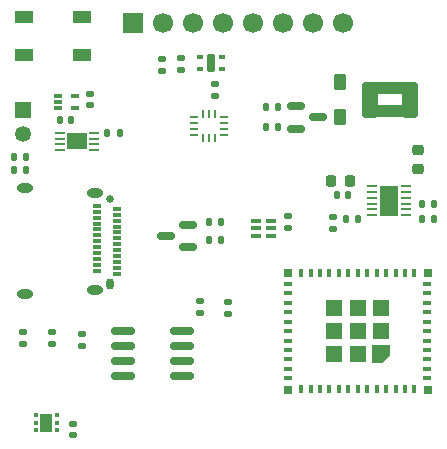
<source format=gbr>
%TF.GenerationSoftware,KiCad,Pcbnew,9.0.4*%
%TF.CreationDate,2025-09-25T23:06:36-04:00*%
%TF.ProjectId,Smarter Watch Stuff,536d6172-7465-4722-9057-617463682053,rev?*%
%TF.SameCoordinates,Original*%
%TF.FileFunction,Soldermask,Top*%
%TF.FilePolarity,Negative*%
%FSLAX46Y46*%
G04 Gerber Fmt 4.6, Leading zero omitted, Abs format (unit mm)*
G04 Created by KiCad (PCBNEW 9.0.4) date 2025-09-25 23:06:36*
%MOMM*%
%LPD*%
G01*
G04 APERTURE LIST*
G04 Aperture macros list*
%AMRoundRect*
0 Rectangle with rounded corners*
0 $1 Rounding radius*
0 $2 $3 $4 $5 $6 $7 $8 $9 X,Y pos of 4 corners*
0 Add a 4 corners polygon primitive as box body*
4,1,4,$2,$3,$4,$5,$6,$7,$8,$9,$2,$3,0*
0 Add four circle primitives for the rounded corners*
1,1,$1+$1,$2,$3*
1,1,$1+$1,$4,$5*
1,1,$1+$1,$6,$7*
1,1,$1+$1,$8,$9*
0 Add four rect primitives between the rounded corners*
20,1,$1+$1,$2,$3,$4,$5,0*
20,1,$1+$1,$4,$5,$6,$7,0*
20,1,$1+$1,$6,$7,$8,$9,0*
20,1,$1+$1,$8,$9,$2,$3,0*%
%AMOutline5P*
0 Free polygon, 5 corners , with rotation*
0 The origin of the aperture is its center*
0 number of corners: always 5*
0 $1 to $10 corner X, Y*
0 $11 Rotation angle, in degrees counterclockwise*
0 create outline with 5 corners*
4,1,5,$1,$2,$3,$4,$5,$6,$7,$8,$9,$10,$1,$2,$11*%
%AMOutline6P*
0 Free polygon, 6 corners , with rotation*
0 The origin of the aperture is its center*
0 number of corners: always 6*
0 $1 to $12 corner X, Y*
0 $13 Rotation angle, in degrees counterclockwise*
0 create outline with 6 corners*
4,1,6,$1,$2,$3,$4,$5,$6,$7,$8,$9,$10,$11,$12,$1,$2,$13*%
%AMOutline7P*
0 Free polygon, 7 corners , with rotation*
0 The origin of the aperture is its center*
0 number of corners: always 7*
0 $1 to $14 corner X, Y*
0 $15 Rotation angle, in degrees counterclockwise*
0 create outline with 7 corners*
4,1,7,$1,$2,$3,$4,$5,$6,$7,$8,$9,$10,$11,$12,$13,$14,$1,$2,$15*%
%AMOutline8P*
0 Free polygon, 8 corners , with rotation*
0 The origin of the aperture is its center*
0 number of corners: always 8*
0 $1 to $16 corner X, Y*
0 $17 Rotation angle, in degrees counterclockwise*
0 create outline with 8 corners*
4,1,8,$1,$2,$3,$4,$5,$6,$7,$8,$9,$10,$11,$12,$13,$14,$15,$16,$1,$2,$17*%
G04 Aperture macros list end*
%ADD10RoundRect,0.062500X-0.362500X-0.062500X0.362500X-0.062500X0.362500X0.062500X-0.362500X0.062500X0*%
%ADD11R,1.600000X2.500000*%
%ADD12RoundRect,0.195000X-0.455000X-1.305000X0.455000X-1.305000X0.455000X1.305000X-0.455000X1.305000X0*%
%ADD13RoundRect,0.150000X-2.150000X-0.350000X2.150000X-0.350000X2.150000X0.350000X-2.150000X0.350000X0*%
%ADD14RoundRect,0.165000X-0.385000X-0.485000X0.385000X-0.485000X0.385000X0.485000X-0.385000X0.485000X0*%
%ADD15RoundRect,0.135000X-0.185000X0.135000X-0.185000X-0.135000X0.185000X-0.135000X0.185000X0.135000X0*%
%ADD16C,0.650000*%
%ADD17O,0.650000X0.950000*%
%ADD18R,0.700000X0.300000*%
%ADD19O,1.400000X0.800000*%
%ADD20R,1.700000X1.700000*%
%ADD21C,1.700000*%
%ADD22RoundRect,0.100000X-0.337500X-0.100000X0.337500X-0.100000X0.337500X0.100000X-0.337500X0.100000X0*%
%ADD23RoundRect,0.135000X0.185000X-0.135000X0.185000X0.135000X-0.185000X0.135000X-0.185000X-0.135000X0*%
%ADD24RoundRect,0.147500X-0.147500X-0.172500X0.147500X-0.172500X0.147500X0.172500X-0.147500X0.172500X0*%
%ADD25RoundRect,0.135000X0.135000X0.185000X-0.135000X0.185000X-0.135000X-0.185000X0.135000X-0.185000X0*%
%ADD26RoundRect,0.140000X0.140000X0.170000X-0.140000X0.170000X-0.140000X-0.170000X0.140000X-0.170000X0*%
%ADD27RoundRect,0.150000X-0.587500X-0.150000X0.587500X-0.150000X0.587500X0.150000X-0.587500X0.150000X0*%
%ADD28RoundRect,0.225000X0.250000X-0.225000X0.250000X0.225000X-0.250000X0.225000X-0.250000X-0.225000X0*%
%ADD29RoundRect,0.140000X0.170000X-0.140000X0.170000X0.140000X-0.170000X0.140000X-0.170000X-0.140000X0*%
%ADD30R,0.800000X0.400000*%
%ADD31R,0.400000X0.800000*%
%ADD32Outline5P,-0.725000X0.130500X-0.130500X0.725000X0.725000X0.725000X0.725000X-0.725000X-0.725000X-0.725000X180.000000*%
%ADD33R,1.450000X1.450000*%
%ADD34R,0.700000X0.700000*%
%ADD35RoundRect,0.140000X-0.170000X0.140000X-0.170000X-0.140000X0.170000X-0.140000X0.170000X0.140000X0*%
%ADD36RoundRect,0.150000X0.587500X0.150000X-0.587500X0.150000X-0.587500X-0.150000X0.587500X-0.150000X0*%
%ADD37RoundRect,0.150000X-0.825000X-0.150000X0.825000X-0.150000X0.825000X0.150000X-0.825000X0.150000X0*%
%ADD38R,0.675000X0.250000*%
%ADD39R,0.250000X0.675000*%
%ADD40RoundRect,0.135000X-0.135000X-0.185000X0.135000X-0.185000X0.135000X0.185000X-0.135000X0.185000X0*%
%ADD41RoundRect,0.093750X-0.093750X-0.106250X0.093750X-0.106250X0.093750X0.106250X-0.093750X0.106250X0*%
%ADD42R,1.000000X1.600000*%
%ADD43R,1.500000X1.000000*%
%ADD44RoundRect,0.225000X0.225000X0.250000X-0.225000X0.250000X-0.225000X-0.250000X0.225000X-0.250000X0*%
%ADD45RoundRect,0.087500X-0.187500X-0.087500X0.187500X-0.087500X0.187500X0.087500X-0.187500X0.087500X0*%
%ADD46RoundRect,0.175000X-0.175000X-0.625000X0.175000X-0.625000X0.175000X0.625000X-0.175000X0.625000X0*%
%ADD47RoundRect,0.087500X-0.250000X-0.087500X0.250000X-0.087500X0.250000X0.087500X-0.250000X0.087500X0*%
%ADD48R,1.350000X1.350000*%
%ADD49C,1.350000*%
%ADD50RoundRect,0.062500X-0.337500X-0.062500X0.337500X-0.062500X0.337500X0.062500X-0.337500X0.062500X0*%
%ADD51R,1.700000X1.400000*%
G04 APERTURE END LIST*
D10*
%TO.C,U13*%
X63600000Y-76300000D03*
X63600000Y-76800000D03*
X63600000Y-77300000D03*
X63600000Y-77800000D03*
X63600000Y-78300000D03*
X63600000Y-78800000D03*
X66450000Y-78800000D03*
X66450000Y-78300000D03*
X66450000Y-77800000D03*
X66450000Y-77300000D03*
X66450000Y-76800000D03*
X66450000Y-76300000D03*
D11*
X65025000Y-77550000D03*
%TD*%
D12*
%TO.C,M1*%
X63400000Y-69000000D03*
D13*
X65100000Y-68000000D03*
X65100000Y-70000000D03*
D12*
X66800000Y-69000000D03*
D14*
X60900000Y-67500000D03*
X60900000Y-70500000D03*
%TD*%
D15*
%TO.C,R18*%
X34000000Y-88690000D03*
X34000000Y-89710000D03*
%TD*%
D16*
%TO.C,J3*%
X41360000Y-77400000D03*
D17*
X41360000Y-84600000D03*
D18*
X42020000Y-78250000D03*
X42020000Y-78750000D03*
X42020000Y-79250000D03*
X42020000Y-79750000D03*
X42020000Y-80250000D03*
X42020000Y-80750000D03*
X42020000Y-81250000D03*
X42020000Y-81750000D03*
X42020000Y-82250000D03*
X42020000Y-82750000D03*
X42020000Y-83250000D03*
X42020000Y-83750000D03*
X40320000Y-83500000D03*
X40320000Y-83000000D03*
X40320000Y-82500000D03*
X40320000Y-82000000D03*
X40320000Y-81500000D03*
X40320000Y-81000000D03*
X40320000Y-80500000D03*
X40320000Y-80000000D03*
X40320000Y-79500000D03*
X40320000Y-79000000D03*
X40320000Y-78500000D03*
X40320000Y-78000000D03*
D19*
X34160000Y-76510000D03*
X40110000Y-76870000D03*
X40110000Y-85130000D03*
X34160000Y-85490000D03*
%TD*%
D20*
%TO.C,U8*%
X43340000Y-62500000D03*
D21*
X45880000Y-62500000D03*
X48420000Y-62500000D03*
X50960000Y-62500000D03*
X53500000Y-62500000D03*
X56040000Y-62500000D03*
X58580000Y-62500000D03*
X61120000Y-62500000D03*
%TD*%
D15*
%TO.C,R7*%
X51400000Y-86100000D03*
X51400000Y-87120000D03*
%TD*%
D22*
%TO.C,U2*%
X53750000Y-79250000D03*
X53750000Y-79900000D03*
X53750000Y-80550000D03*
X55025000Y-80550000D03*
X55025000Y-79900000D03*
X55025000Y-79250000D03*
%TD*%
D23*
%TO.C,R9*%
X47400000Y-66520000D03*
X47400000Y-65500000D03*
%TD*%
D15*
%TO.C,R16*%
X39000000Y-88843641D03*
X39000000Y-89863641D03*
%TD*%
D24*
%TO.C,D1*%
X33280000Y-75000000D03*
X34250000Y-75000000D03*
%TD*%
D15*
%TO.C,R4*%
X60300000Y-78980000D03*
X60300000Y-80000000D03*
%TD*%
D25*
%TO.C,R10*%
X50820000Y-79400000D03*
X49800000Y-79400000D03*
%TD*%
D26*
%TO.C,C5*%
X38080000Y-70700000D03*
X37120000Y-70700000D03*
%TD*%
D27*
%TO.C,Q4*%
X57125000Y-69550000D03*
X57125000Y-71450000D03*
X59000000Y-70500000D03*
%TD*%
D25*
%TO.C,R22*%
X68810000Y-77800000D03*
X67790000Y-77800000D03*
%TD*%
D28*
%TO.C,C15*%
X67500000Y-74850000D03*
X67500000Y-73300000D03*
%TD*%
D23*
%TO.C,R8*%
X45800000Y-66620000D03*
X45800000Y-65600000D03*
%TD*%
D29*
%TO.C,C4*%
X56500000Y-79860000D03*
X56500000Y-78900000D03*
%TD*%
D30*
%TO.C,U5*%
X68275000Y-92600000D03*
X68275000Y-91800000D03*
X68275000Y-91000000D03*
X68275000Y-90200000D03*
X68275000Y-89400000D03*
X68275000Y-88600000D03*
X68275000Y-87800000D03*
X68275000Y-87000000D03*
X68275000Y-86200000D03*
X68275000Y-85400000D03*
X68275000Y-84600000D03*
D31*
X67175000Y-83700000D03*
X66375000Y-83700000D03*
X65575000Y-83700000D03*
X64775000Y-83700000D03*
X63975000Y-83700000D03*
X63175000Y-83700000D03*
X62375000Y-83700000D03*
X61575000Y-83700000D03*
X60775000Y-83700000D03*
X59975000Y-83700000D03*
X59175000Y-83700000D03*
X58375000Y-83700000D03*
X57575000Y-83700000D03*
D30*
X56475000Y-84600000D03*
X56475000Y-85400000D03*
X56475000Y-86200000D03*
X56475000Y-87000000D03*
X56475000Y-87800000D03*
X56475000Y-88600000D03*
X56475000Y-89400000D03*
X56475000Y-90200000D03*
X56475000Y-91000000D03*
X56475000Y-91800000D03*
X56475000Y-92600000D03*
D31*
X57575000Y-93500000D03*
X58375000Y-93500000D03*
X59175000Y-93500000D03*
X59975000Y-93500000D03*
X60775000Y-93500000D03*
X61575000Y-93500000D03*
X62375000Y-93500000D03*
X63175000Y-93500000D03*
X63975000Y-93500000D03*
X64775000Y-93500000D03*
X65575000Y-93500000D03*
X66375000Y-93500000D03*
X67175000Y-93500000D03*
D32*
X64350000Y-90575000D03*
D33*
X64350000Y-88600000D03*
X64350000Y-86625000D03*
X62375000Y-90575000D03*
X62375000Y-88600000D03*
X62375000Y-86625000D03*
X60400000Y-90575000D03*
X60400000Y-88600000D03*
X60400000Y-86625000D03*
D34*
X56425000Y-93550000D03*
X56425000Y-83650000D03*
X68325000Y-83650000D03*
X68325000Y-93550000D03*
%TD*%
D35*
%TO.C,C14*%
X50300000Y-67720000D03*
X50300000Y-68680000D03*
%TD*%
D36*
%TO.C,Q1*%
X48000000Y-81500000D03*
X48000000Y-79600000D03*
X46125000Y-80550000D03*
%TD*%
D37*
%TO.C,U12*%
X42525000Y-88595000D03*
X42525000Y-89865000D03*
X42525000Y-91135000D03*
X42525000Y-92405000D03*
X47475000Y-92405000D03*
X47475000Y-91135000D03*
X47475000Y-89865000D03*
X47475000Y-88595000D03*
%TD*%
D38*
%TO.C,U11*%
X51025000Y-72000000D03*
X51025000Y-71500000D03*
X51025000Y-71000000D03*
X51025000Y-70500000D03*
D39*
X50262500Y-70237500D03*
X49762500Y-70237500D03*
X49262500Y-70237500D03*
D38*
X48500000Y-70500000D03*
X48500000Y-71000000D03*
X48500000Y-71500000D03*
X48500000Y-72000000D03*
D39*
X49262500Y-72262500D03*
X49762500Y-72262500D03*
X50262500Y-72262500D03*
%TD*%
D40*
%TO.C,R1*%
X41180000Y-71800000D03*
X42200000Y-71800000D03*
%TD*%
D29*
%TO.C,C8*%
X38300000Y-97400000D03*
X38300000Y-96440000D03*
%TD*%
D41*
%TO.C,U7*%
X35125000Y-95700000D03*
X35125000Y-96350000D03*
X35125000Y-97000000D03*
X36900000Y-97000000D03*
X36900000Y-96350000D03*
X36900000Y-95700000D03*
D42*
X36012500Y-96350000D03*
%TD*%
D40*
%TO.C,R19*%
X54590000Y-71300000D03*
X55610000Y-71300000D03*
%TD*%
%TO.C,R23*%
X61390000Y-79100000D03*
X62410000Y-79100000D03*
%TD*%
D43*
%TO.C,D2*%
X34100000Y-62000000D03*
X34100000Y-65200000D03*
X39000000Y-65200000D03*
X39000000Y-62000000D03*
%TD*%
D15*
%TO.C,R6*%
X49000000Y-86080000D03*
X49000000Y-87100000D03*
%TD*%
%TO.C,R17*%
X36500000Y-88690000D03*
X36500000Y-89710000D03*
%TD*%
D29*
%TO.C,C7*%
X39700000Y-69460000D03*
X39700000Y-68500000D03*
%TD*%
D44*
%TO.C,C17*%
X61675000Y-75900000D03*
X60125000Y-75900000D03*
%TD*%
D45*
%TO.C,U6*%
X49000000Y-65400000D03*
X49000000Y-66400000D03*
X50850000Y-66400000D03*
X50850000Y-65400000D03*
D46*
X49925000Y-65900000D03*
%TD*%
D25*
%TO.C,R21*%
X68810000Y-79100000D03*
X67790000Y-79100000D03*
%TD*%
D26*
%TO.C,C16*%
X61580000Y-77100000D03*
X60620000Y-77100000D03*
%TD*%
D25*
%TO.C,R11*%
X50810000Y-80900000D03*
X49790000Y-80900000D03*
%TD*%
D47*
%TO.C,U4*%
X37000000Y-68700000D03*
X37000000Y-69200000D03*
X37000000Y-69700000D03*
X38425000Y-69700000D03*
X38425000Y-68700000D03*
%TD*%
D25*
%TO.C,R20*%
X55610000Y-69600000D03*
X54590000Y-69600000D03*
%TD*%
D48*
%TO.C,BT1*%
X34000000Y-69900000D03*
D49*
X34000000Y-71900000D03*
%TD*%
D40*
%TO.C,R2*%
X33290000Y-73900000D03*
X34310000Y-73900000D03*
%TD*%
D50*
%TO.C,U3*%
X37175000Y-71800000D03*
X37175000Y-72300000D03*
X37175000Y-72800000D03*
X37175000Y-73300000D03*
X40075000Y-73300000D03*
X40075000Y-72800000D03*
X40075000Y-72300000D03*
X40075000Y-71800000D03*
D51*
X38625000Y-72550000D03*
%TD*%
M02*

</source>
